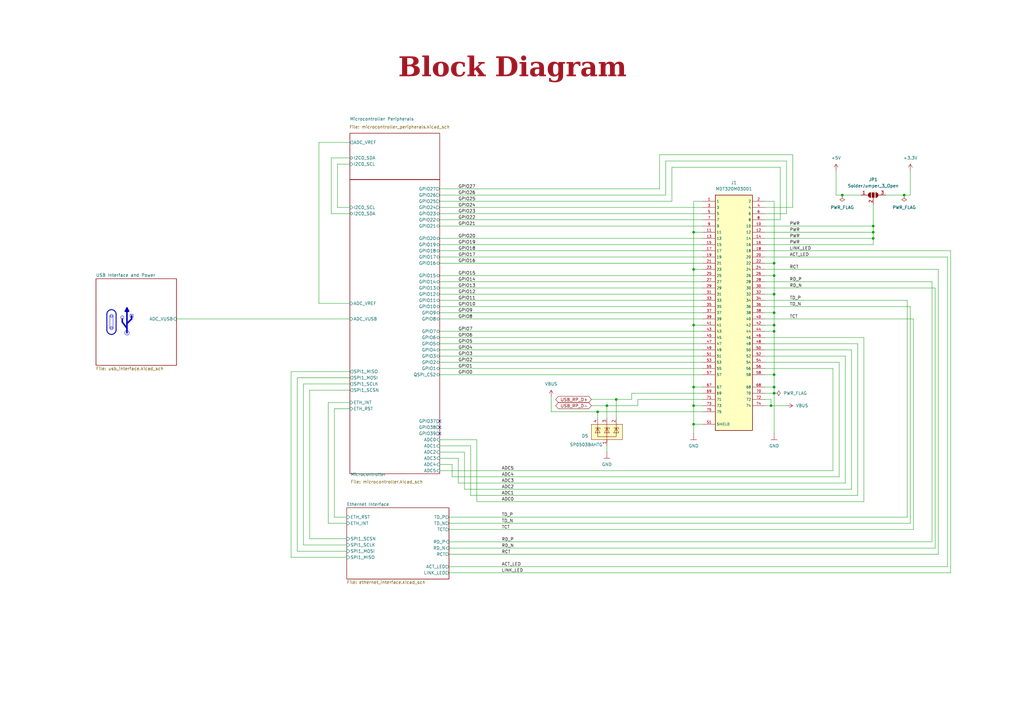
<source format=kicad_sch>
(kicad_sch (version 20250114) (generator "eeschema") (generator_version "9.0")
  (paper "A3")
  (title_block (title "Project Architecture") (date "2026-02-05") (rev "1.0.0") (company "DvidMakesThings"))
  (lib_symbols
    (symbol "DS_Connector:PCIe M.2 M-Key Card" (exclude_from_sim yes) (in_bom no)
      (property "Reference" "J" (at -7.112 53.34 0))
      (property "Value" "MDT320M03001" (at -9.398 -53.594 0))
      (symbol "PCIe M.2 M-Key Card_0_0"
        (rectangle (start -7.62 -48.26) (end 7.62 48.26) (stroke (width 0.254)) (fill (type background)))
        (pin passive line (at -12.7 45.72 0) (length 5.08) (name "1") (number "1"))
        (pin passive line (at -12.7 43.18 0) (length 5.08) (name "3") (number "3"))
        (pin passive line (at -12.7 40.64 0) (length 5.08) (name "5") (number "5"))
        (pin passive line (at -12.7 38.1 0) (length 5.08) (name "7") (number "7"))
        (pin passive line (at -12.7 35.56 0) (length 5.08) (name "9") (number "9"))
        (pin passive line (at -12.7 33.02 0) (length 5.08) (name "11") (number "11"))
        (pin passive line (at -12.7 30.48 0) (length 5.08) (name "13") (number "13"))
        (pin passive line (at -12.7 27.94 0) (length 5.08) (name "15") (number "15"))
        (pin passive line (at -12.7 25.4 0) (length 5.08) (name "17") (number "17"))
        (pin passive line (at -12.7 22.86 0) (length 5.08) (name "19") (number "19"))
        (pin passive line (at -12.7 20.32 0) (length 5.08) (name "21") (number "21"))
        (pin passive line (at -12.7 17.78 0) (length 5.08) (name "23") (number "23"))
        (pin passive line (at -12.7 15.24 0) (length 5.08) (name "25") (number "25"))
        (pin passive line (at -12.7 12.7 0) (length 5.08) (name "27") (number "27"))
        (pin passive line (at -12.7 10.16 0) (length 5.08) (name "29") (number "29"))
        (pin passive line (at -12.7 7.62 0) (length 5.08) (name "31") (number "31"))
        (pin passive line (at -12.7 5.08 0) (length 5.08) (name "33") (number "33"))
        (pin passive line (at -12.7 2.54 0) (length 5.08) (name "35") (number "35"))
        (pin passive line (at -12.7 0 0) (length 5.08) (name "37") (number "37"))
        (pin passive line (at -12.7 -2.54 0) (length 5.08) (name "39") (number "39"))
        (pin passive line (at -12.7 -5.08 0) (length 5.08) (name "41") (number "41"))
        (pin passive line (at -12.7 -7.62 0) (length 5.08) (name "43") (number "43"))
        (pin passive line (at -12.7 -10.16 0) (length 5.08) (name "45") (number "45"))
        (pin passive line (at -12.7 -12.7 0) (length 5.08) (name "47") (number "47"))
        (pin passive line (at -12.7 -15.24 0) (length 5.08) (name "49") (number "49"))
        (pin passive line (at -12.7 -17.78 0) (length 5.08) (name "51") (number "51"))
        (pin passive line (at -12.7 -20.32 0) (length 5.08) (name "53") (number "53"))
        (pin passive line (at -12.7 -22.86 0) (length 5.08) (name "55") (number "55"))
        (pin passive line (at -12.7 -25.4 0) (length 5.08) (name "57") (number "57"))
        (pin passive line (at -12.7 -30.48 0) (length 5.08) (name "67") (number "67"))
        (pin passive line (at -12.7 -33.02 0) (length 5.08) (name "69") (number "69"))
        (pin passive line (at -12.7 -35.56 0) (length 5.08) (name "71") (number "71"))
        (pin passive line (at -12.7 -38.1 0) (length 5.08) (name "73") (number "73"))
        (pin passive line (at -12.7 -40.64 0) (length 5.08) (name "75") (number "75"))
        (pin passive line (at -12.7 -45.72 0) (length 5.08) (name "SHIELD") (number "S1"))
        (pin passive line (at -12.7 -45.72 0) (length 5.08) (hide yes) (name "SHIELD") (number "S2"))
        (pin passive line (at 12.7 45.72 180) (length 5.08) (name "2") (number "2"))
        (pin passive line (at 12.7 43.18 180) (length 5.08) (name "4") (number "4"))
        (pin passive line (at 12.7 40.64 180) (length 5.08) (name "6") (number "6"))
        (pin passive line (at 12.7 38.1 180) (length 5.08) (name "8") (number "8"))
        (pin passive line (at 12.7 35.56 180) (length 5.08) (name "10") (number "10"))
        (pin passive line (at 12.7 33.02 180) (length 5.08) (name "12") (number "12"))
        (pin passive line (at 12.7 30.48 180) (length 5.08) (name "14") (number "14"))
        (pin passive line (at 12.7 27.94 180) (length 5.08) (name "16") (number "16"))
        (pin passive line (at 12.7 25.4 180) (length 5.08) (name "18") (number "18"))
        (pin passive line (at 12.7 22.86 180) (length 5.08) (name "20") (number "20"))
        (pin passive line (at 12.7 20.32 180) (length 5.08) (name "22") (number "22"))
        (pin passive line (at 12.7 17.78 180) (length 5.08) (name "24") (number "24"))
        (pin passive line (at 12.7 15.24 180) (length 5.08) (name "26") (number "26"))
        (pin passive line (at 12.7 12.7 180) (length 5.08) (name "28") (number "28"))
        (pin passive line (at 12.7 10.16 180) (length 5.08) (name "30") (number "30"))
        (pin passive line (at 12.7 7.62 180) (length 5.08) (name "32") (number "32"))
        (pin passive line (at 12.7 5.08 180) (length 5.08) (name "34") (number "34"))
        (pin passive line (at 12.7 2.54 180) (length 5.08) (name "36") (number "36"))
        (pin passive line (at 12.7 0 180) (length 5.08) (name "38") (number "38"))
        (pin passive line (at 12.7 -2.54 180) (length 5.08) (name "40") (number "40"))
        (pin passive line (at 12.7 -5.08 180) (length 5.08) (name "42") (number "42"))
        (pin passive line (at 12.7 -7.62 180) (length 5.08) (name "44") (number "44"))
        (pin passive line (at 12.7 -10.16 180) (length 5.08) (name "46") (number "46"))
        (pin passive line (at 12.7 -12.7 180) (length 5.08) (name "48") (number "48"))
        (pin passive line (at 12.7 -15.24 180) (length 5.08) (name "50") (number "50"))
        (pin passive line (at 12.7 -17.78 180) (length 5.08) (name "52") (number "52"))
        (pin passive line (at 12.7 -20.32 180) (length 5.08) (name "54") (number "54"))
        (pin passive line (at 12.7 -22.86 180) (length 5.08) (name "56") (number "56"))
        (pin passive line (at 12.7 -25.4 180) (length 5.08) (name "58") (number "58"))
        (pin passive line (at 12.7 -30.48 180) (length 5.08) (name "68") (number "68"))
        (pin passive line (at 12.7 -33.02 180) (length 5.08) (name "70") (number "70"))
        (pin passive line (at 12.7 -35.56 180) (length 5.08) (name "72") (number "72"))
        (pin passive line (at 12.7 -38.1 180) (length 5.08) (name "74") (number "74"))
      )
    )
    (symbol "DS_Diode:SP0503BAHTG"
      (property "Reference" "D" (at 7.112 -0.762 0))
      (property "Value" "SP0503BAHTG" (at 6.858 -3.048 0))
      (symbol "SP0503BAHTG_0_1"
        (polyline (pts (xy -3.81 1.27) (xy -3.81 2.54) (xy -3.81 0)))
        (polyline (pts (xy -3.81 1.016) (xy -3.81 -1.016)))
        (polyline (pts (xy -3.81 0) (xy -3.81 -2.54) (xy 3.81 -2.54) (xy 3.81 0)))
        (polyline (pts (xy -2.794 1.016) (xy -4.826 1.016) (xy -4.826 0.508)))
        (polyline (pts (xy -2.794 -1.016) (xy -3.81 1.016) (xy -4.826 -1.016) (xy -2.794 -1.016)))
        (polyline (pts (xy 0 1.016) (xy 0 -1.016)))
        (polyline (pts (xy 0 0) (xy 0 2.54)))
        (polyline (pts (xy 0 -2.54) (xy 0 0)))
        (polyline (pts (xy 0 -5.08) (xy 0 -2.54)))
        (polyline (pts (xy 1.016 1.016) (xy -1.016 1.016) (xy -1.016 0.508)))
        (polyline (pts (xy 1.016 -1.016) (xy 0 1.016) (xy -1.016 -1.016) (xy 1.016 -1.016)))
        (polyline (pts (xy 3.81 1.016) (xy 3.81 -1.016)))
        (polyline (pts (xy 3.81 0) (xy 3.81 2.54)))
        (polyline (pts (xy 4.826 1.016) (xy 2.794 1.016) (xy 2.794 0.508)))
        (polyline (pts (xy 4.826 -1.016) (xy 3.81 1.016) (xy 2.794 -1.016) (xy 4.826 -1.016)))
      )
      (symbol "SP0503BAHTG_1_1"
        (rectangle (start -6.35 2.54) (end 6.35 -3.81) (fill (type color) (color 255 255 195 1)))
        (pin passive line (at -3.81 5.08 270) (length 2.54) (name "") (number "2"))
        (pin passive line (at 0 5.08 270) (length 2.54) (name "") (number "3"))
        (pin passive line (at 0 -6.35 90) (length 2.54) (name "") (number "1"))
        (pin passive line (at 3.81 5.08 270) (length 2.54) (name "") (number "4"))
      )
    )
    (symbol "DS_Supply:GND" (power) (pin_numbers (hide yes)) (pin_names (offset 0) (hide yes))
      (property "Value" "GND" (at 0 -3.81 0))
      (symbol "GND_0_1"
        (polyline (pts (xy 0 0) (xy 0 -2.54) (xy 1.27 -2.54) (xy 0 -2.54) (xy -1.27 -2.54) (xy 0 -2.54)))
      )
      (symbol "GND_1_1"
        (pin power_in line (at 0 0 270) (length 0) (name "~") (number "1"))
      )
    )
    (symbol "Jumper:SolderJumper_3_Open" (pin_names (offset 0) (hide yes)) (in_bom no)
      (property "Reference" "JP" (at -2.54 -2.54 0))
      (property "Value" "SolderJumper_3_Open" (at 0 2.794 0))
      (symbol "SolderJumper_3_Open_0_1"
        (polyline (pts (xy -2.54 0) (xy -2.032 0)))
        (polyline (pts (xy -1.016 1.016) (xy -1.016 -1.016)))
        (arc (start -1.016 -1.016) (mid -2.0276 0) (end -1.016 1.016))
        (arc (start -1.016 -1.016) (mid -2.0276 0) (end -1.016 1.016) (fill (type outline)))
        (rectangle (start -0.508 1.016) (end 0.508 -1.016) (fill (type outline)))
        (polyline (pts (xy 0 -1.27) (xy 0 -1.016)))
        (arc (start 1.016 1.016) (mid 2.0276 0) (end 1.016 -1.016))
        (arc (start 1.016 1.016) (mid 2.0276 0) (end 1.016 -1.016) (fill (type outline)))
        (polyline (pts (xy 1.016 1.016) (xy 1.016 -1.016)))
        (polyline (pts (xy 2.54 0) (xy 2.032 0)))
      )
      (symbol "SolderJumper_3_Open_1_1"
        (pin passive line (at -5.08 0 0) (length 2.54) (name "A") (number "1"))
        (pin passive line (at 0 -3.81 90) (length 2.54) (name "C") (number "2"))
        (pin passive line (at 5.08 0 180) (length 2.54) (name "B") (number "3"))
      )
    )
    (symbol "power:+3.3V" (power) (pin_numbers (hide yes)) (pin_names (offset 0) (hide yes))
      (property "Value" "+3.3V" (at 0 3.556 0))
      (symbol "+3.3V_0_1"
        (polyline (pts (xy -0.762 1.27) (xy 0 2.54)))
        (polyline (pts (xy 0 2.54) (xy 0.762 1.27)))
        (polyline (pts (xy 0 0) (xy 0 2.54)))
      )
      (symbol "+3.3V_1_1"
        (pin power_in line (at 0 0 90) (length 0) (name "~") (number "1"))
      )
    )
    (symbol "power:+5V" (power) (pin_numbers (hide yes)) (pin_names (offset 0) (hide yes))
      (property "Value" "+5V" (at 0 3.556 0))
      (symbol "+5V_0_1"
        (polyline (pts (xy -0.762 1.27) (xy 0 2.54)))
        (polyline (pts (xy 0 2.54) (xy 0.762 1.27)))
        (polyline (pts (xy 0 0) (xy 0 2.54)))
      )
      (symbol "+5V_1_1"
        (pin power_in line (at 0 0 90) (length 0) (name "~") (number "1"))
      )
    )
    (symbol "power:PWR_FLAG" (power) (pin_numbers (hide yes)) (pin_names (offset 0) (hide yes))
      (property "Value" "PWR_FLAG" (at 0 3.81 0))
      (symbol "PWR_FLAG_0_0"
        (pin power_out line (at 0 0 90) (length 0) (name "~") (number "1"))
      )
      (symbol "PWR_FLAG_0_1"
        (polyline (pts (xy 0 0) (xy 0 1.27) (xy -1.016 1.905) (xy 0 2.54) (xy 1.016 1.905) (xy 0 1.27)))
      )
    )
    (symbol "power:VBUS" (power) (pin_numbers (hide yes)) (pin_names (offset 0) (hide yes))
      (property "Value" "VBUS" (at 0 3.556 0))
      (symbol "VBUS_0_1"
        (polyline (pts (xy -0.762 1.27) (xy 0 2.54)))
        (polyline (pts (xy 0 2.54) (xy 0.762 1.27)))
        (polyline (pts (xy 0 0) (xy 0 2.54)))
      )
      (symbol "VBUS_1_1"
        (pin power_in line (at 0 0 90) (length 0) (name "~") (number "1"))
      )
    )
  )
  (rectangle (start 53.34 128.905) (end 54.61 130.175) (fill (type color)))
  (arc (start 47.625 135.255) (mid 47.067 136.602) (end 45.72 137.16) (stroke (width 0.381)))
  (circle (center 45.72 134.62) (radius 0.635) (fill (type color)))
  (circle (center 45.72 129.54) (radius 0.635) (fill (type color)))
  (arc (start 45.72 127) (mid 47.067 127.558) (end 47.625 128.905) (stroke (width 0.381)))
  (circle (center 52.07 136.525) (radius 0.898) (fill (type color)))
  (circle (center 50.165 130.175) (radius 0.635) (fill (type color)))
  (rectangle (start 45.085 129.54) (end 46.355 134.62) (fill (type color)))
  (arc (start 45.72 137.16) (mid 44.373 136.602) (end 43.815 135.255) (stroke (width 0.381)))
  (arc (start 43.815 128.905) (mid 44.373 127.558) (end 45.72 127) (stroke (width 0.381)))
  (text "R37 + R38 (5.1 kΩ) + C21 (100 nF): \nVBUS voltage sense divider and RC \nfiltering for the ADC input; with \nequal resistors the ADC sees VBUS/2.\nOnly USB-Attached detection" (at 531.876 140.208 0) (effects (font (size 1.27 1.27)) (justify left)))
  (text_box "Block Diagram" (at 144.78 21.59 0) (size 130.81 12.7) (margins 5.9999 5.9999 5.9999 5.9999) (stroke (width -0.0001)) (effects (font (size 8 8) (thickness 1.2) (bold yes))))
  (junction (at 317.5 120.65))
  (junction (at 317.5 107.95))
  (junction (at 284.48 133.35))
  (junction (at 284.48 95.25))
  (junction (at 316.23 166.37))
  (junction (at 252.73 163.83))
  (junction (at 284.48 158.75))
  (junction (at 358.14 97.79))
  (junction (at 317.5 113.03))
  (junction (at 245.11 168.91))
  (junction (at 370.84 80.01))
  (junction (at 248.92 166.37))
  (junction (at 317.5 128.27))
  (junction (at 284.48 173.99))
  (junction (at 317.5 133.35))
  (junction (at 284.48 110.49))
  (junction (at 358.14 95.25))
  (junction (at 317.5 158.75))
  (junction (at 358.14 92.71))
  (junction (at 317.5 153.67))
  (junction (at 317.5 135.89))
  (junction (at 284.48 166.37))
  (junction (at 345.44 80.01))
  (junction (at 317.5 161.29))
  (no_connect (at 180.34 172.72))
  (no_connect (at 180.34 177.8))
  (no_connect (at 180.34 175.26))
  (wire (pts (xy 313.69 161.29) (xy 317.5 161.29)))
  (wire (pts (xy 143.51 157.48) (xy 124.46 157.48)))
  (wire (pts (xy 184.15 222.25) (xy 382.27 222.25)))
  (wire (pts (xy 143.51 64.77) (xy 135.89 64.77)))
  (wire (pts (xy 119.38 152.4) (xy 119.38 228.6)))
  (wire (pts (xy 245.11 168.91) (xy 288.29 168.91)))
  (wire (pts (xy 119.38 228.6) (xy 142.24 228.6)))
  (wire (pts (xy 180.34 140.97) (xy 288.29 140.97)))
  (wire (pts (xy 313.69 130.81) (xy 374.65 130.81)))
  (wire (pts (xy 345.44 80.01) (xy 342.9 80.01)))
  (wire (pts (xy 180.34 97.79) (xy 288.29 97.79)))
  (wire (pts (xy 180.34 107.95) (xy 288.29 107.95)))
  (wire (pts (xy 317.5 153.67) (xy 317.5 158.75)))
  (polyline (pts (xy 53.975 129.54) (xy 53.975 130.81)) (stroke (width 0.635)))
  (polyline (pts (xy 52.07 126.365) (xy 52.705 127.635)) (stroke (width 0.635)))
  (wire (pts (xy 261.62 163.83) (xy 261.62 166.37)))
  (wire (pts (xy 313.69 163.83) (xy 316.23 163.83)))
  (wire (pts (xy 317.5 161.29) (xy 317.5 177.8)))
  (wire (pts (xy 248.92 166.37) (xy 261.62 166.37)))
  (wire (pts (xy 226.06 168.91) (xy 226.06 162.56)))
  (wire (pts (xy 180.34 82.55) (xy 275.59 82.55)))
  (wire (pts (xy 242.57 163.83) (xy 252.73 163.83)))
  (wire (pts (xy 273.05 80.01) (xy 273.05 66.04)))
  (wire (pts (xy 143.51 152.4) (xy 119.38 152.4)))
  (wire (pts (xy 284.48 82.55) (xy 288.29 82.55)))
  (wire (pts (xy 284.48 173.99) (xy 284.48 177.8)))
  (wire (pts (xy 180.34 80.01) (xy 273.05 80.01)))
  (wire (pts (xy 190.5 185.42) (xy 190.5 200.66)))
  (wire (pts (xy 317.5 120.65) (xy 317.5 128.27)))
  (wire (pts (xy 313.69 143.51) (xy 349.25 143.51)))
  (wire (pts (xy 252.73 163.83) (xy 252.73 171.45)))
  (polyline (pts (xy 52.07 126.365) (xy 52.07 136.525)) (stroke (width 0.635)))
  (wire (pts (xy 313.69 118.11) (xy 383.54 118.11)))
  (wire (pts (xy 284.48 110.49) (xy 288.29 110.49)))
  (wire (pts (xy 313.69 148.59) (xy 344.17 148.59)))
  (wire (pts (xy 180.34 85.09) (xy 288.29 85.09)))
  (wire (pts (xy 180.34 100.33) (xy 288.29 100.33)))
  (wire (pts (xy 284.48 95.25) (xy 288.29 95.25)))
  (wire (pts (xy 288.29 161.29) (xy 259.08 161.29)))
  (wire (pts (xy 270.51 77.47) (xy 270.51 63.5)))
  (wire (pts (xy 193.04 182.88) (xy 180.34 182.88)))
  (wire (pts (xy 284.48 110.49) (xy 284.48 133.35)))
  (wire (pts (xy 127 220.98) (xy 127 160.02)))
  (wire (pts (xy 284.48 166.37) (xy 288.29 166.37)))
  (wire (pts (xy 142.24 220.98) (xy 127 220.98)))
  (wire (pts (xy 180.34 105.41) (xy 288.29 105.41)))
  (wire (pts (xy 180.34 123.19) (xy 288.29 123.19)))
  (wire (pts (xy 313.69 146.05) (xy 346.71 146.05)))
  (wire (pts (xy 180.34 87.63) (xy 288.29 87.63)))
  (wire (pts (xy 313.69 97.79) (xy 358.14 97.79)))
  (wire (pts (xy 135.89 87.63) (xy 143.51 87.63)))
  (wire (pts (xy 273.05 66.04) (xy 322.58 66.04)))
  (polyline (pts (xy 52.07 134.62) (xy 50.165 132.08)) (stroke (width 0.635)))
  (wire (pts (xy 137.16 212.09) (xy 142.24 212.09)))
  (wire (pts (xy 313.69 115.57) (xy 382.27 115.57)))
  (wire (pts (xy 325.12 63.5) (xy 325.12 85.09)))
  (wire (pts (xy 313.69 90.17) (xy 320.04 90.17)))
  (wire (pts (xy 275.59 82.55) (xy 275.59 68.58)))
  (wire (pts (xy 180.34 135.89) (xy 288.29 135.89)))
  (wire (pts (xy 322.58 66.04) (xy 322.58 87.63)))
  (wire (pts (xy 316.23 163.83) (xy 316.23 166.37)))
  (polyline (pts (xy 47.625 128.905) (xy 47.625 135.255)) (stroke (width 0.381)))
  (wire (pts (xy 358.14 97.79) (xy 358.14 95.25)))
  (wire (pts (xy 180.34 102.87) (xy 288.29 102.87)))
  (wire (pts (xy 248.92 166.37) (xy 248.92 171.45)))
  (wire (pts (xy 193.04 203.2) (xy 193.04 182.88)))
  (wire (pts (xy 142.24 226.06) (xy 121.92 226.06)))
  (wire (pts (xy 313.69 135.89) (xy 317.5 135.89)))
  (wire (pts (xy 143.51 167.64) (xy 137.16 167.64)))
  (wire (pts (xy 190.5 200.66) (xy 349.25 200.66)))
  (wire (pts (xy 195.58 180.34) (xy 195.58 205.74)))
  (wire (pts (xy 344.17 148.59) (xy 344.17 195.58)))
  (wire (pts (xy 242.57 166.37) (xy 248.92 166.37)))
  (wire (pts (xy 284.48 133.35) (xy 284.48 158.75)))
  (wire (pts (xy 288.29 163.83) (xy 261.62 163.83)))
  (wire (pts (xy 313.69 138.43) (xy 354.33 138.43)))
  (wire (pts (xy 313.69 133.35) (xy 317.5 133.35)))
  (wire (pts (xy 184.15 232.41) (xy 388.62 232.41)))
  (wire (pts (xy 372.11 123.19) (xy 372.11 212.09)))
  (wire (pts (xy 313.69 151.13) (xy 341.63 151.13)))
  (wire (pts (xy 180.34 115.57) (xy 288.29 115.57)))
  (polyline (pts (xy 43.815 128.905) (xy 43.815 135.255)) (stroke (width 0.381)))
  (wire (pts (xy 313.69 120.65) (xy 317.5 120.65)))
  (wire (pts (xy 195.58 205.74) (xy 354.33 205.74)))
  (wire (pts (xy 184.15 224.79) (xy 383.54 224.79)))
  (wire (pts (xy 313.69 102.87) (xy 389.89 102.87)))
  (polyline (pts (xy 51.435 127.635) (xy 52.705 127.635)) (stroke (width 0.635)))
  (wire (pts (xy 184.15 212.09) (xy 372.11 212.09)))
  (wire (pts (xy 130.81 124.46) (xy 143.51 124.46)))
  (wire (pts (xy 180.34 125.73) (xy 288.29 125.73)))
  (wire (pts (xy 313.69 140.97) (xy 351.79 140.97)))
  (wire (pts (xy 270.51 63.5) (xy 325.12 63.5)))
  (wire (pts (xy 180.34 113.03) (xy 288.29 113.03)))
  (wire (pts (xy 185.42 190.5) (xy 185.42 195.58)))
  (wire (pts (xy 353.06 80.01) (xy 345.44 80.01)))
  (wire (pts (xy 374.65 130.81) (xy 374.65 217.17)))
  (wire (pts (xy 143.51 58.42) (xy 130.81 58.42)))
  (wire (pts (xy 184.15 234.95) (xy 389.89 234.95)))
  (wire (pts (xy 341.63 151.13) (xy 341.63 193.04)))
  (wire (pts (xy 346.71 146.05) (xy 346.71 198.12)))
  (wire (pts (xy 135.89 64.77) (xy 135.89 87.63)))
  (wire (pts (xy 180.34 118.11) (xy 288.29 118.11)))
  (wire (pts (xy 316.23 166.37) (xy 313.69 166.37)))
  (wire (pts (xy 383.54 118.11) (xy 383.54 224.79)))
  (wire (pts (xy 275.59 68.58) (xy 320.04 68.58)))
  (wire (pts (xy 259.08 161.29) (xy 259.08 163.83)))
  (wire (pts (xy 142.24 214.63) (xy 134.62 214.63)))
  (wire (pts (xy 180.34 190.5) (xy 185.42 190.5)))
  (wire (pts (xy 180.34 120.65) (xy 288.29 120.65)))
  (wire (pts (xy 384.81 110.49) (xy 384.81 227.33)))
  (wire (pts (xy 284.48 158.75) (xy 284.48 166.37)))
  (wire (pts (xy 138.43 67.31) (xy 138.43 85.09)))
  (wire (pts (xy 143.51 67.31) (xy 138.43 67.31)))
  (polyline (pts (xy 52.07 132.715) (xy 53.975 130.81)) (stroke (width 0.635)))
  (wire (pts (xy 349.25 143.51) (xy 349.25 200.66)))
  (wire (pts (xy 351.79 203.2) (xy 193.04 203.2)))
  (wire (pts (xy 351.79 140.97) (xy 351.79 203.2)))
  (wire (pts (xy 187.96 198.12) (xy 346.71 198.12)))
  (polyline (pts (xy 50.165 130.81) (xy 50.165 132.08)) (stroke (width 0.635)))
  (wire (pts (xy 358.14 95.25) (xy 358.14 92.71)))
  (wire (pts (xy 180.34 151.13) (xy 288.29 151.13)))
  (wire (pts (xy 284.48 166.37) (xy 284.48 173.99)))
  (wire (pts (xy 72.39 130.81) (xy 143.51 130.81)))
  (wire (pts (xy 388.62 232.41) (xy 388.62 105.41)))
  (wire (pts (xy 180.34 193.04) (xy 341.63 193.04)))
  (wire (pts (xy 389.89 102.87) (xy 389.89 234.95)))
  (wire (pts (xy 248.92 185.42) (xy 248.92 182.88)))
  (wire (pts (xy 245.11 168.91) (xy 245.11 171.45)))
  (wire (pts (xy 134.62 214.63) (xy 134.62 165.1)))
  (wire (pts (xy 313.69 95.25) (xy 358.14 95.25)))
  (wire (pts (xy 180.34 143.51) (xy 288.29 143.51)))
  (wire (pts (xy 121.92 154.94) (xy 143.51 154.94)))
  (wire (pts (xy 284.48 133.35) (xy 288.29 133.35)))
  (wire (pts (xy 317.5 113.03) (xy 317.5 120.65)))
  (wire (pts (xy 320.04 68.58) (xy 320.04 90.17)))
  (wire (pts (xy 370.84 80.01) (xy 373.38 80.01)))
  (wire (pts (xy 180.34 128.27) (xy 288.29 128.27)))
  (wire (pts (xy 313.69 82.55) (xy 317.5 82.55)))
  (wire (pts (xy 137.16 167.64) (xy 137.16 212.09)))
  (polyline (pts (xy 52.07 126.365) (xy 51.435 127.635)) (stroke (width 0.635)))
  (wire (pts (xy 138.43 85.09) (xy 143.51 85.09)))
  (wire (pts (xy 313.69 105.41) (xy 388.62 105.41)))
  (wire (pts (xy 180.34 90.17) (xy 288.29 90.17)))
  (wire (pts (xy 317.5 107.95) (xy 317.5 113.03)))
  (wire (pts (xy 284.48 158.75) (xy 288.29 158.75)))
  (wire (pts (xy 185.42 195.58) (xy 344.17 195.58)))
  (wire (pts (xy 313.69 85.09) (xy 325.12 85.09)))
  (wire (pts (xy 180.34 130.81) (xy 288.29 130.81)))
  (wire (pts (xy 313.69 107.95) (xy 317.5 107.95)))
  (wire (pts (xy 284.48 95.25) (xy 284.48 110.49)))
  (wire (pts (xy 184.15 227.33) (xy 384.81 227.33)))
  (wire (pts (xy 342.9 69.85) (xy 342.9 80.01)))
  (wire (pts (xy 184.15 214.63) (xy 373.38 214.63)))
  (wire (pts (xy 124.46 157.48) (xy 124.46 223.52)))
  (wire (pts (xy 180.34 180.34) (xy 195.58 180.34)))
  (wire (pts (xy 284.48 82.55) (xy 284.48 95.25)))
  (wire (pts (xy 180.34 92.71) (xy 288.29 92.71)))
  (wire (pts (xy 373.38 214.63) (xy 373.38 125.73)))
  (wire (pts (xy 322.58 166.37) (xy 316.23 166.37)))
  (wire (pts (xy 354.33 138.43) (xy 354.33 205.74)))
  (wire (pts (xy 313.69 125.73) (xy 373.38 125.73)))
  (wire (pts (xy 180.34 77.47) (xy 270.51 77.47)))
  (wire (pts (xy 313.69 113.03) (xy 317.5 113.03)))
  (wire (pts (xy 317.5 82.55) (xy 317.5 107.95)))
  (wire (pts (xy 121.92 226.06) (xy 121.92 154.94)))
  (wire (pts (xy 180.34 138.43) (xy 288.29 138.43)))
  (wire (pts (xy 317.5 128.27) (xy 317.5 133.35)))
  (wire (pts (xy 313.69 153.67) (xy 317.5 153.67)))
  (wire (pts (xy 130.81 58.42) (xy 130.81 124.46)))
  (wire (pts (xy 134.62 165.1) (xy 143.51 165.1)))
  (wire (pts (xy 382.27 115.57) (xy 382.27 222.25)))
  (wire (pts (xy 187.96 187.96) (xy 187.96 198.12)))
  (wire (pts (xy 313.69 92.71) (xy 358.14 92.71)))
  (wire (pts (xy 313.69 87.63) (xy 322.58 87.63)))
  (wire (pts (xy 313.69 110.49) (xy 384.81 110.49)))
  (wire (pts (xy 180.34 148.59) (xy 288.29 148.59)))
  (wire (pts (xy 373.38 69.85) (xy 373.38 80.01)))
  (wire (pts (xy 252.73 163.83) (xy 259.08 163.83)))
  (wire (pts (xy 313.69 158.75) (xy 317.5 158.75)))
  (wire (pts (xy 226.06 168.91) (xy 245.11 168.91)))
  (wire (pts (xy 313.69 100.33) (xy 358.14 100.33)))
  (wire (pts (xy 358.14 100.33) (xy 358.14 97.79)))
  (wire (pts (xy 313.69 128.27) (xy 317.5 128.27)))
  (wire (pts (xy 180.34 185.42) (xy 190.5 185.42)))
  (wire (pts (xy 184.15 217.17) (xy 374.65 217.17)))
  (wire (pts (xy 180.34 187.96) (xy 187.96 187.96)))
  (wire (pts (xy 317.5 135.89) (xy 317.5 153.67)))
  (wire (pts (xy 284.48 173.99) (xy 288.29 173.99)))
  (wire (pts (xy 363.22 80.01) (xy 370.84 80.01)))
  (wire (pts (xy 313.69 123.19) (xy 372.11 123.19)))
  (wire (pts (xy 124.46 223.52) (xy 142.24 223.52)))
  (wire (pts (xy 180.34 146.05) (xy 288.29 146.05)))
  (wire (pts (xy 317.5 133.35) (xy 317.5 135.89)))
  (wire (pts (xy 358.14 83.82) (xy 358.14 92.71)))
  (wire (pts (xy 317.5 158.75) (xy 317.5 161.29)))
  (wire (pts (xy 180.34 153.67) (xy 288.29 153.67)))
  (wire (pts (xy 127 160.02) (xy 143.51 160.02)))
  (label "GPIO22" (at 187.96 90.17 0))
  (label "RCT" (at 323.85 110.49 0))
  (label "GPIO27" (at 187.96 77.47 0))
  (label "GPIO9" (at 187.96 128.27 0))
  (label "ADC5" (at 205.74 193.04 0))
  (label "GPIO16" (at 187.96 107.95 0))
  (label "GPIO18" (at 187.96 102.87 0))
  (label "GPIO19" (at 187.96 100.33 0))
  (label "GPIO1" (at 187.96 151.13 0))
  (label "ADC1" (at 205.74 203.2 0))
  (label "PWR" (at 323.85 92.71 0))
  (label "TCT" (at 205.74 217.17 0))
  (label "GPIO10" (at 187.96 125.73 0))
  (label "GPIO24" (at 187.96 85.09 0))
  (label "RD_N" (at 323.85 118.11 0))
  (label "TD_P" (at 323.85 123.19 0))
  (label "PWR" (at 323.85 97.79 0))
  (label "GPIO21" (at 187.96 92.71 0))
  (label "GPIO15" (at 187.96 113.03 0))
  (label "RD_P" (at 205.74 222.25 0))
  (label "GPIO20" (at 187.96 97.79 0))
  (label "TD_N" (at 205.74 214.63 0))
  (label "ACT_LED" (at 323.85 105.41 0))
  (label "RCT" (at 205.74 227.33 0))
  (label "GPIO8" (at 187.96 130.81 0))
  (label "GPIO4" (at 187.96 143.51 0))
  (label "GPIO17" (at 187.96 105.41 0))
  (label "GPIO0" (at 187.96 153.67 0))
  (label "GPIO26" (at 187.96 80.01 0))
  (label "TCT" (at 323.85 130.81 0))
  (label "LINK_LED" (at 323.85 102.87 0))
  (label "ADC3" (at 205.74 198.12 0))
  (label "GPIO7" (at 187.96 135.89 0))
  (label "RD_P" (at 323.85 115.57 0))
  (label "LINK_LED" (at 205.74 234.95 0))
  (label "ACT_LED" (at 205.74 232.41 0))
  (label "GPIO3" (at 187.96 146.05 0))
  (label "GPIO13" (at 187.96 118.11 0))
  (label "GPIO11" (at 187.96 123.19 0))
  (label "RD_N" (at 205.74 224.79 0))
  (label "GPIO14" (at 187.96 115.57 0))
  (label "GPIO5" (at 187.96 140.97 0))
  (label "ADC2" (at 205.74 200.66 0))
  (label "ADC0" (at 205.74 205.74 0))
  (label "TD_N" (at 323.85 125.73 0))
  (label "GPIO25" (at 187.96 82.55 0))
  (label "GPIO6" (at 187.96 138.43 0))
  (label "ADC4" (at 205.74 195.58 0))
  (label "PWR" (at 323.85 100.33 0))
  (label "GPIO23" (at 187.96 87.63 0))
  (label "GPIO12" (at 187.96 120.65 0))
  (label "GPIO2" (at 187.96 148.59 0))
  (label "PWR" (at 323.85 95.25 0))
  (label "TD_P" (at 205.74 212.09 0))
  (global_label "USB_RP_D-" (shape bidirectional) (at 242.57 166.37 180) (property "Intersheetrefs" "${INTERSHEET_REFS}" (effects (hide yes))))
  (global_label "USB_RP_D+" (shape bidirectional) (at 242.57 163.83 180) (property "Intersheetrefs" "${INTERSHEET_REFS}" (effects (hide yes))))
  (symbol (lib_id "DS_Supply:GND") (at 248.92 185.42 0) (mirror y) (unit 1)
    (property "Reference" "#PWR093" (effects (hide yes)))
    (property "Value" "GND" (at 248.92 190.5 0))
    (property "Description" "Power symbol creates a global label with name \"GND\" , ground" (effects (hide yes)))
  )
  (symbol (lib_id "power:PWR_FLAG") (at 370.84 80.01 180) (unit 1)
    (property "Reference" "#FLG04" (effects (hide yes)))
    (property "Value" "PWR_FLAG" (at 370.84 85.09 0))
    (property "Description" "Special symbol for telling ERC where power comes from" (effects (hide yes)))
  )
  (symbol (lib_id "power:VBUS") (at 322.58 166.37 270) (mirror x) (unit 1)
    (property "Reference" "#PWR0100" (effects (hide yes)))
    (property "Value" "VBUS" (at 326.39 166.3699 90) (effects (justify left)))
    (property "Description" "Power symbol creates a global label with name \"VBUS\"" (effects (hide yes)))
  )
  (symbol (lib_id "Jumper:SolderJumper_3_Open") (at 358.14 80.01 0) (unit 1) (in_bom no)
    (property "Reference" "JP1" (at 358.14 73.66 0))
    (property "Value" "SolderJumper_3_Open" (at 358.14 76.2 0))
    (property "Footprint" "Jumper:SolderJumper-3_P1.3mm_Open_RoundedPad1.0x1.5mm" (effects (hide yes)))
    (property "Description" "Solder Jumper, 3-pole, open" (effects (hide yes)))
  )
  (symbol (lib_id "DS_Supply:GND") (at 317.5 177.8 0) (mirror y) (unit 1)
    (property "Reference" "#PWR0103" (effects (hide yes)))
    (property "Value" "GND" (at 317.5 182.88 0))
    (property "Description" "Power symbol creates a global label with name \"GND\" , ground" (effects (hide yes)))
  )
  (symbol (lib_id "DS_Diode:SP0503BAHTG") (at 248.92 176.53 0) (mirror y) (unit 1)
    (property "Reference" "D5" (at 241.3 178.816 0) (effects (justify left)))
    (property "Value" "SP0503BAHTG" (at 247.142 182.372 0) (effects (justify left)))
    (property "Footprint" "DS_Diode:SOT143" (effects (hide yes)))
    (property "Datasheet" "https://www.littelfuse.com/assetdocs/tvs-diode-array-spasp050xba-lead-freegreen-datasheet?assetguid=15a03de1-f0c6-457a-95f1-55d449fdd756" (effects (hide yes)))
    (property "Description" "10A@8/20us 14V 150W@8/20us 30pF SOT-143 ESD and Surge Protection (TVS/ESD) ROHS" (effects (hide yes)))
    (property "MPN" "SP0503BAHTG" (effects (hide yes)))
    (property "MFR" "TECH PUBLIC" (effects (hide yes)))
    (property "LCSC_PART" "C3040626" (effects (hide yes)))
    (property "ROHS" "YES" (effects (hide yes)))
  )
  (symbol (lib_id "DS_Connector:PCIe M.2 M-Key Card") (at 300.99 128.27 0) (unit 1) (exclude_from_sim yes) (in_bom no)
    (property "Reference" "J1" (at 300.99 74.93 0))
    (property "Value" "MDT320M03001" (at 300.99 77.47 0))
    (property "Footprint" "DS_Connector:M.2-M-KEY_Card_2280" (effects (hide yes)))
    (property "Datasheet" "https://cdn.amphenol-cs.com/media/wysiwyg/files/documentation/datasheet/ssio/ssio_pcie_m2.pdf" (effects (hide yes)))
    (property "Description" "67 Position Female Connector M.2 (NGFF) Mini Card Gold 0.020\" (0.50mm) Black M-Key" (effects (hide yes)))
    (property "ROHS" "YES" (effects (hide yes)))
  )
  (symbol (lib_id "power:+5V") (at 342.9 69.85 0) (unit 1)
    (property "Reference" "#PWR046" (effects (hide yes)))
    (property "Value" "+5V" (at 342.9 64.77 0))
    (property "Description" "Power symbol creates a global label with name \"+5V\"" (effects (hide yes)))
  )
  (symbol (lib_id "power:+3.3V") (at 373.38 69.85 0) (unit 1)
    (property "Reference" "#PWR050" (effects (hide yes)))
    (property "Value" "+3.3V" (at 373.38 64.77 0))
    (property "Description" "Power symbol creates a global label with name \"+3.3V\"" (effects (hide yes)))
  )
  (symbol (lib_id "DS_Supply:GND") (at 284.48 177.8 0) (mirror y) (unit 1)
    (property "Reference" "#PWR092" (effects (hide yes)))
    (property "Value" "GND" (at 284.48 182.88 0))
    (property "Description" "Power symbol creates a global label with name \"GND\" , ground" (effects (hide yes)))
  )
  (symbol (lib_id "power:VBUS") (at 226.06 162.56 0) (unit 1)
    (property "Reference" "#PWR091" (effects (hide yes)))
    (property "Value" "VBUS" (at 226.06 157.48 0))
    (property "Description" "Power symbol creates a global label with name \"VBUS\"" (effects (hide yes)))
  )
  (symbol (lib_id "power:PWR_FLAG") (at 317.5 161.29 270) (unit 1)
    (property "Reference" "#FLG07" (effects (hide yes)))
    (property "Value" "PWR_FLAG" (at 321.31 161.2899 90) (effects (justify left)))
    (property "Description" "Special symbol for telling ERC where power comes from" (effects (hide yes)))
  )
  (symbol (lib_id "power:PWR_FLAG") (at 345.44 80.01 180) (unit 1)
    (property "Reference" "#FLG03" (effects (hide yes)))
    (property "Value" "PWR_FLAG" (at 345.44 85.09 0))
    (property "Description" "Special symbol for telling ERC where power comes from" (effects (hide yes)))
  )
  (sheet (at 39.37 114.3) (size 33.02 35.56) (stroke (width 0.1524))
    (property "Sheetname" "USB Interface and Power" (at 39.37 113.5884 0) (effects (justify left bottom)))
    (property "Sheetfile" "usb_interface.kicad_sch" (at 39.37 150.4446 0) (effects (justify left top)))
    (pin "ADC_VUSB" input (at 72.39 130.81 0))
  )
  (sheet (at 143.51 73.66) (size 36.83 120.65) (stroke (width 0.1524))
    (property "Sheetname" "Microcontroller" (at 143.764 195.326 0) (effects (justify left bottom)))
    (property "Sheetfile" "microcontroller.kicad_sch" (at 143.764 196.85 0) (effects (justify left top)))
    (pin "GPIO25" output (at 180.34 82.55 0))
    (pin "GPIO26" output (at 180.34 80.01 0))
    (pin "GPIO27" output (at 180.34 77.47 0))
    (pin "GPIO37" output (at 180.34 172.72 0))
    (pin "GPIO38" output (at 180.34 175.26 0))
    (pin "GPIO39" output (at 180.34 177.8 0))
    (pin "ADC_VREF" input (at 143.51 124.46 180))
    (pin "ADC_VUSB" input (at 143.51 130.81 180))
    (pin "ADC0" input (at 180.34 180.34 0))
    (pin "ADC1" input (at 180.34 182.88 0))
    (pin "ADC5" input (at 180.34 193.04 0))
    (pin "ADC2" input (at 180.34 185.42 0))
    (pin "ADC3" input (at 180.34 187.96 0))
    (pin "ADC4" input (at 180.34 190.5 0))
    (pin "I2C0_SDA" bidirectional (at 143.51 87.63 180))
    (pin "I2C0_SCL" input (at 143.51 85.09 180))
    (pin "GPIO12" bidirectional (at 180.34 120.65 0))
    (pin "GPIO19" bidirectional (at 180.34 100.33 0))
    (pin "GPIO16" bidirectional (at 180.34 107.95 0))
    (pin "GPIO10" bidirectional (at 180.34 125.73 0))
    (pin "GPIO8" bidirectional (at 180.34 130.81 0))
    (pin "GPIO1" bidirectional (at 180.34 151.13 0))
    (pin "GPIO3" bidirectional (at 180.34 146.05 0))
    (pin "GPIO6" bidirectional (at 180.34 138.43 0))
    (pin "GPIO18" bidirectional (at 180.34 102.87 0))
    (pin "GPIO2" bidirectional (at 180.34 148.59 0))
    (pin "GPIO14" bidirectional (at 180.34 115.57 0))
    (pin "GPIO20" bidirectional (at 180.34 97.79 0))
    (pin "GPIO5" bidirectional (at 180.34 140.97 0))
    (pin "GPIO4" bidirectional (at 180.34 143.51 0))
    (pin "GPIO15" bidirectional (at 180.34 113.03 0))
    (pin "QSPI_CS2" bidirectional (at 180.34 153.67 0))
    (pin "GPIO17" bidirectional (at 180.34 105.41 0))
    (pin "GPIO7" bidirectional (at 180.34 135.89 0))
    (pin "GPIO9" bidirectional (at 180.34 128.27 0))
    (pin "GPIO13" bidirectional (at 180.34 118.11 0))
    (pin "GPIO11" bidirectional (at 180.34 123.19 0))
    (pin "GPIO23" bidirectional (at 180.34 87.63 0))
    (pin "GPIO22" bidirectional (at 180.34 90.17 0))
    (pin "GPIO21" bidirectional (at 180.34 92.71 0))
    (pin "GPIO24" output (at 180.34 85.09 0))
    (pin "SPI1_MISO" output (at 143.51 152.4 180))
    (pin "SPI1_MOSI" output (at 143.51 154.94 180))
    (pin "SPI1_SCLK" output (at 143.51 157.48 180))
    (pin "SPI1_SCSN" output (at 143.51 160.02 180))
    (pin "ETH_RST" input (at 143.51 167.64 180))
    (pin "ETH_INT" input (at 143.51 165.1 180))
  )
  (sheet (at 142.24 208.28) (size 41.91 29.21) (stroke (width 0.1524))
    (property "Sheetname" "Ethernet Interface" (at 142.24 207.5684 0) (effects (justify left bottom)))
    (property "Sheetfile" "ethernet_interface.kicad_sch" (at 142.24 238.0746 0) (effects (justify left top)))
    (pin "TCT" output (at 184.15 217.17 0))
    (pin "RD_N" input (at 184.15 224.79 0))
    (pin "TD_N" output (at 184.15 214.63 0))
    (pin "RCT" output (at 184.15 227.33 0))
    (pin "ACT_LED" output (at 184.15 232.41 0))
    (pin "RD_P" input (at 184.15 222.25 0))
    (pin "TD_P" output (at 184.15 212.09 0))
    (pin "LINK_LED" output (at 184.15 234.95 0))
    (pin "ETH_INT" input (at 142.24 214.63 180))
    (pin "ETH_RST" input (at 142.24 212.09 180))
    (pin "SPI1_MOSI" input (at 142.24 226.06 180))
    (pin "SPI1_SCLK" input (at 142.24 223.52 180))
    (pin "SPI1_SCSN" input (at 142.24 220.98 180))
    (pin "SPI1_MISO" input (at 142.24 228.6 180))
  )
  (sheet (at 143.51 54.61) (size 36.83 19.05) (stroke (width 0.1524))
    (property "Sheetname" "Microcontroller Peripherals" (at 143.51 49.53 0) (effects (justify left bottom)))
    (property "Sheetfile" "microcontroller_peripherals.kicad_sch" (at 143.256 51.308 0) (effects (justify left top)))
    (pin "I2C0_SDA" bidirectional (at 143.51 64.77 180))
    (pin "I2C0_SCL" input (at 143.51 67.31 180))
    (pin "ADC_VREF" output (at 143.51 58.42 180))
  )
)
</source>
